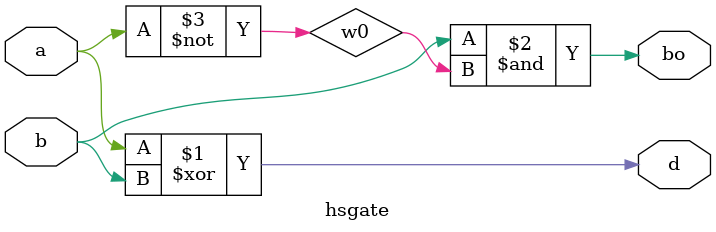
<source format=v>
`timescale 1ns / 1ps

//1960628 Prem Half Subtracotr Gate level
module hsgate(
    input a,
    input b,
    output d,
    output bo
    );
wire w0;
xor xort(d,a,b);
not not1(w0,a);
and and1(bo,b,w0);
endmodule

</source>
